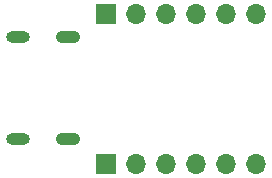
<source format=gbr>
%TF.GenerationSoftware,KiCad,Pcbnew,(6.0.5-0)*%
%TF.CreationDate,2022-07-11T15:28:30+02:00*%
%TF.ProjectId,USB-C-breakout,5553422d-432d-4627-9265-616b6f75742e,rev?*%
%TF.SameCoordinates,Original*%
%TF.FileFunction,Copper,L2,Bot*%
%TF.FilePolarity,Positive*%
%FSLAX46Y46*%
G04 Gerber Fmt 4.6, Leading zero omitted, Abs format (unit mm)*
G04 Created by KiCad (PCBNEW (6.0.5-0)) date 2022-07-11 15:28:30*
%MOMM*%
%LPD*%
G01*
G04 APERTURE LIST*
%TA.AperFunction,ComponentPad*%
%ADD10O,2.100000X1.050000*%
%TD*%
%TA.AperFunction,ComponentPad*%
%ADD11O,2.000000X1.000000*%
%TD*%
%TA.AperFunction,ComponentPad*%
%ADD12R,1.700000X1.700000*%
%TD*%
%TA.AperFunction,ComponentPad*%
%ADD13O,1.700000X1.700000*%
%TD*%
G04 APERTURE END LIST*
D10*
%TO.P,J1,S1,SHELL_GND*%
%TO.N,Shell*%
X135180000Y-80680000D03*
D11*
%TO.P,J1,S2,SHELL_GND*%
X131000000Y-80680000D03*
%TO.P,J1,S3,SHELL_GND*%
X131000000Y-89320000D03*
D10*
%TO.P,J1,S4,SHELL_GND*%
X135180000Y-89320000D03*
%TD*%
D12*
%TO.P,J2,1,Pin_1*%
%TO.N,GND*%
X138430000Y-91440000D03*
D13*
%TO.P,J2,2,Pin_2*%
%TO.N,VBUS*%
X140970000Y-91440000D03*
%TO.P,J2,3,Pin_3*%
%TO.N,CC2*%
X143510000Y-91440000D03*
%TO.P,J2,4,Pin_4*%
%TO.N,SBU1*%
X146050000Y-91440000D03*
%TO.P,J2,5,Pin_5*%
%TO.N,DP2*%
X148590000Y-91440000D03*
%TO.P,J2,6,Pin_6*%
%TO.N,DN1*%
X151130000Y-91440000D03*
%TD*%
D12*
%TO.P,J3,1,Pin_1*%
%TO.N,GND*%
X138430000Y-78740000D03*
D13*
%TO.P,J3,2,Pin_2*%
%TO.N,VBUS*%
X140970000Y-78740000D03*
%TO.P,J3,3,Pin_3*%
%TO.N,SBU2*%
X143510000Y-78740000D03*
%TO.P,J3,4,Pin_4*%
%TO.N,CC1*%
X146050000Y-78740000D03*
%TO.P,J3,5,Pin_5*%
%TO.N,DN2*%
X148590000Y-78740000D03*
%TO.P,J3,6,Pin_6*%
%TO.N,DP1*%
X151130000Y-78740000D03*
%TD*%
M02*

</source>
